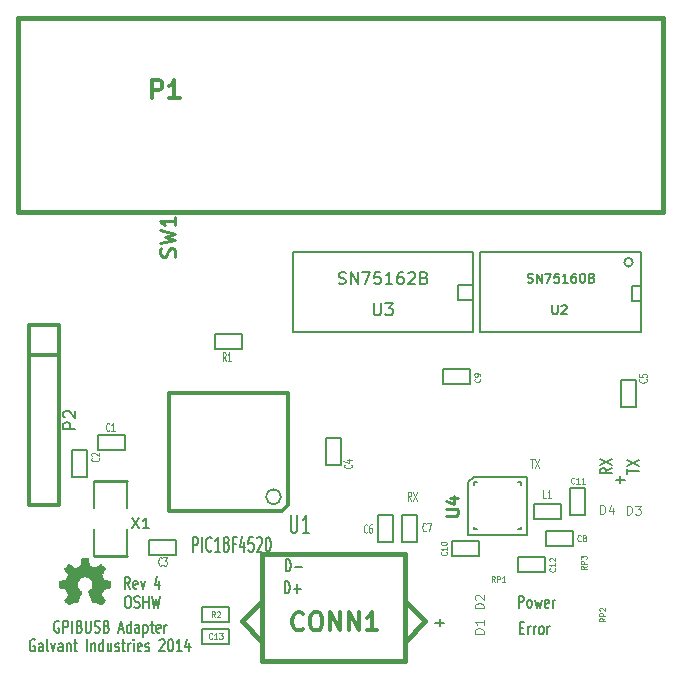
<source format=gto>
%FSLAX34Y34*%
G04 Gerber Fmt 3.4, Leading zero omitted, Abs format*
G04 (created by PCBNEW (2013-11-28 BZR 4510)-product) date Thu 15 May 2014 01:53:52 PM EDT*
%MOIN*%
G01*
G70*
G90*
G04 APERTURE LIST*
%ADD10C,0.005906*%
%ADD11C,0.004000*%
%ADD12C,0.007500*%
%ADD13C,0.006000*%
%ADD14C,0.005900*%
%ADD15C,0.007900*%
%ADD16C,0.000100*%
%ADD17C,0.008000*%
%ADD18C,0.005000*%
%ADD19C,0.015000*%
%ADD20C,0.010000*%
%ADD21C,0.012000*%
%ADD22C,0.004500*%
%ADD23C,0.003500*%
%ADD24C,0.009850*%
G04 APERTURE END LIST*
G54D10*
G54D11*
X65661Y-43675D02*
X65775Y-43675D01*
X65718Y-43975D02*
X65718Y-43675D01*
X65823Y-43675D02*
X65956Y-43975D01*
X65956Y-43675D02*
X65823Y-43975D01*
X61692Y-45079D02*
X61626Y-44936D01*
X61578Y-45079D02*
X61578Y-44779D01*
X61654Y-44779D01*
X61673Y-44794D01*
X61683Y-44808D01*
X61692Y-44836D01*
X61692Y-44879D01*
X61683Y-44908D01*
X61673Y-44922D01*
X61654Y-44936D01*
X61578Y-44936D01*
X61759Y-44779D02*
X61892Y-45079D01*
X61892Y-44779D02*
X61759Y-45079D01*
G54D12*
X68663Y-44265D02*
X68663Y-44494D01*
X68511Y-44380D02*
X68815Y-44380D01*
G54D13*
X68878Y-44180D02*
X68878Y-44009D01*
X69278Y-44094D02*
X68878Y-44094D01*
X68878Y-43937D02*
X69278Y-43737D01*
X68878Y-43737D02*
X69278Y-43937D01*
X68382Y-43998D02*
X68192Y-44098D01*
X68382Y-44169D02*
X67982Y-44169D01*
X67982Y-44055D01*
X68002Y-44026D01*
X68021Y-44012D01*
X68059Y-43998D01*
X68116Y-43998D01*
X68154Y-44012D01*
X68173Y-44026D01*
X68192Y-44055D01*
X68192Y-44169D01*
X67982Y-43898D02*
X68382Y-43698D01*
X67982Y-43698D02*
X68382Y-43898D01*
X57505Y-47440D02*
X57505Y-47040D01*
X57577Y-47040D01*
X57620Y-47060D01*
X57648Y-47098D01*
X57662Y-47136D01*
X57677Y-47212D01*
X57677Y-47269D01*
X57662Y-47345D01*
X57648Y-47383D01*
X57620Y-47421D01*
X57577Y-47440D01*
X57505Y-47440D01*
X57805Y-47288D02*
X58034Y-47288D01*
X57475Y-48170D02*
X57475Y-47770D01*
X57547Y-47770D01*
X57590Y-47790D01*
X57618Y-47828D01*
X57632Y-47866D01*
X57647Y-47942D01*
X57647Y-47999D01*
X57632Y-48075D01*
X57618Y-48113D01*
X57590Y-48151D01*
X57547Y-48170D01*
X57475Y-48170D01*
X57775Y-48018D02*
X58004Y-48018D01*
X57890Y-48170D02*
X57890Y-47866D01*
G54D12*
X65315Y-49319D02*
X65415Y-49319D01*
X65458Y-49528D02*
X65315Y-49528D01*
X65315Y-49128D01*
X65458Y-49128D01*
X65586Y-49528D02*
X65586Y-49262D01*
X65586Y-49338D02*
X65601Y-49300D01*
X65615Y-49281D01*
X65644Y-49262D01*
X65672Y-49262D01*
X65772Y-49528D02*
X65772Y-49262D01*
X65772Y-49338D02*
X65786Y-49300D01*
X65801Y-49281D01*
X65829Y-49262D01*
X65858Y-49262D01*
X66001Y-49528D02*
X65972Y-49509D01*
X65958Y-49490D01*
X65944Y-49452D01*
X65944Y-49338D01*
X65958Y-49300D01*
X65972Y-49281D01*
X66001Y-49262D01*
X66044Y-49262D01*
X66072Y-49281D01*
X66086Y-49300D01*
X66101Y-49338D01*
X66101Y-49452D01*
X66086Y-49490D01*
X66072Y-49509D01*
X66044Y-49528D01*
X66001Y-49528D01*
X66229Y-49528D02*
X66229Y-49262D01*
X66229Y-49338D02*
X66244Y-49300D01*
X66258Y-49281D01*
X66286Y-49262D01*
X66315Y-49262D01*
X65269Y-48646D02*
X65269Y-48246D01*
X65383Y-48246D01*
X65412Y-48266D01*
X65426Y-48285D01*
X65440Y-48323D01*
X65440Y-48380D01*
X65426Y-48418D01*
X65412Y-48437D01*
X65383Y-48456D01*
X65269Y-48456D01*
X65612Y-48646D02*
X65583Y-48627D01*
X65569Y-48608D01*
X65554Y-48570D01*
X65554Y-48456D01*
X65569Y-48418D01*
X65583Y-48399D01*
X65612Y-48380D01*
X65654Y-48380D01*
X65683Y-48399D01*
X65697Y-48418D01*
X65712Y-48456D01*
X65712Y-48570D01*
X65697Y-48608D01*
X65683Y-48627D01*
X65654Y-48646D01*
X65612Y-48646D01*
X65812Y-48380D02*
X65869Y-48646D01*
X65926Y-48456D01*
X65983Y-48646D01*
X66040Y-48380D01*
X66269Y-48627D02*
X66240Y-48646D01*
X66183Y-48646D01*
X66154Y-48627D01*
X66140Y-48589D01*
X66140Y-48437D01*
X66154Y-48399D01*
X66183Y-48380D01*
X66240Y-48380D01*
X66269Y-48399D01*
X66283Y-48437D01*
X66283Y-48475D01*
X66140Y-48513D01*
X66412Y-48646D02*
X66412Y-48380D01*
X66412Y-48456D02*
X66426Y-48418D01*
X66440Y-48399D01*
X66469Y-48380D01*
X66497Y-48380D01*
X62646Y-49035D02*
X62646Y-49264D01*
X62494Y-49150D02*
X62798Y-49150D01*
G54D13*
X49949Y-49100D02*
X49921Y-49080D01*
X49878Y-49080D01*
X49835Y-49100D01*
X49807Y-49138D01*
X49792Y-49176D01*
X49778Y-49252D01*
X49778Y-49309D01*
X49792Y-49385D01*
X49807Y-49423D01*
X49835Y-49461D01*
X49878Y-49480D01*
X49907Y-49480D01*
X49949Y-49461D01*
X49964Y-49442D01*
X49964Y-49309D01*
X49907Y-49309D01*
X50092Y-49480D02*
X50092Y-49080D01*
X50207Y-49080D01*
X50235Y-49100D01*
X50249Y-49119D01*
X50264Y-49157D01*
X50264Y-49214D01*
X50249Y-49252D01*
X50235Y-49271D01*
X50207Y-49290D01*
X50092Y-49290D01*
X50392Y-49480D02*
X50392Y-49080D01*
X50635Y-49271D02*
X50678Y-49290D01*
X50692Y-49309D01*
X50707Y-49347D01*
X50707Y-49404D01*
X50692Y-49442D01*
X50678Y-49461D01*
X50649Y-49480D01*
X50535Y-49480D01*
X50535Y-49080D01*
X50635Y-49080D01*
X50664Y-49100D01*
X50678Y-49119D01*
X50692Y-49157D01*
X50692Y-49195D01*
X50678Y-49233D01*
X50664Y-49252D01*
X50635Y-49271D01*
X50535Y-49271D01*
X50835Y-49080D02*
X50835Y-49404D01*
X50849Y-49442D01*
X50864Y-49461D01*
X50892Y-49480D01*
X50949Y-49480D01*
X50978Y-49461D01*
X50992Y-49442D01*
X51007Y-49404D01*
X51007Y-49080D01*
X51135Y-49461D02*
X51178Y-49480D01*
X51250Y-49480D01*
X51278Y-49461D01*
X51292Y-49442D01*
X51307Y-49404D01*
X51307Y-49366D01*
X51292Y-49328D01*
X51278Y-49309D01*
X51250Y-49290D01*
X51192Y-49271D01*
X51164Y-49252D01*
X51150Y-49233D01*
X51135Y-49195D01*
X51135Y-49157D01*
X51150Y-49119D01*
X51164Y-49100D01*
X51192Y-49080D01*
X51264Y-49080D01*
X51307Y-49100D01*
X51535Y-49271D02*
X51578Y-49290D01*
X51592Y-49309D01*
X51607Y-49347D01*
X51607Y-49404D01*
X51592Y-49442D01*
X51578Y-49461D01*
X51549Y-49480D01*
X51435Y-49480D01*
X51435Y-49080D01*
X51535Y-49080D01*
X51564Y-49100D01*
X51578Y-49119D01*
X51592Y-49157D01*
X51592Y-49195D01*
X51578Y-49233D01*
X51564Y-49252D01*
X51535Y-49271D01*
X51435Y-49271D01*
X51949Y-49366D02*
X52092Y-49366D01*
X51921Y-49480D02*
X52021Y-49080D01*
X52121Y-49480D01*
X52349Y-49480D02*
X52349Y-49080D01*
X52349Y-49461D02*
X52321Y-49480D01*
X52264Y-49480D01*
X52235Y-49461D01*
X52221Y-49442D01*
X52207Y-49404D01*
X52207Y-49290D01*
X52221Y-49252D01*
X52235Y-49233D01*
X52264Y-49214D01*
X52321Y-49214D01*
X52349Y-49233D01*
X52621Y-49480D02*
X52621Y-49271D01*
X52607Y-49233D01*
X52578Y-49214D01*
X52521Y-49214D01*
X52492Y-49233D01*
X52621Y-49461D02*
X52592Y-49480D01*
X52521Y-49480D01*
X52492Y-49461D01*
X52478Y-49423D01*
X52478Y-49385D01*
X52492Y-49347D01*
X52521Y-49328D01*
X52592Y-49328D01*
X52621Y-49309D01*
X52764Y-49214D02*
X52764Y-49614D01*
X52764Y-49233D02*
X52792Y-49214D01*
X52850Y-49214D01*
X52878Y-49233D01*
X52892Y-49252D01*
X52907Y-49290D01*
X52907Y-49404D01*
X52892Y-49442D01*
X52878Y-49461D01*
X52850Y-49480D01*
X52792Y-49480D01*
X52764Y-49461D01*
X52992Y-49214D02*
X53107Y-49214D01*
X53035Y-49080D02*
X53035Y-49423D01*
X53050Y-49461D01*
X53078Y-49480D01*
X53107Y-49480D01*
X53321Y-49461D02*
X53292Y-49480D01*
X53235Y-49480D01*
X53207Y-49461D01*
X53192Y-49423D01*
X53192Y-49271D01*
X53207Y-49233D01*
X53235Y-49214D01*
X53292Y-49214D01*
X53321Y-49233D01*
X53335Y-49271D01*
X53335Y-49309D01*
X53192Y-49347D01*
X53464Y-49480D02*
X53464Y-49214D01*
X53464Y-49290D02*
X53478Y-49252D01*
X53492Y-49233D01*
X53521Y-49214D01*
X53550Y-49214D01*
X49142Y-49720D02*
X49114Y-49700D01*
X49071Y-49700D01*
X49028Y-49720D01*
X49000Y-49758D01*
X48985Y-49796D01*
X48971Y-49872D01*
X48971Y-49929D01*
X48985Y-50005D01*
X49000Y-50043D01*
X49028Y-50081D01*
X49071Y-50100D01*
X49100Y-50100D01*
X49142Y-50081D01*
X49157Y-50062D01*
X49157Y-49929D01*
X49100Y-49929D01*
X49414Y-50100D02*
X49414Y-49891D01*
X49400Y-49853D01*
X49371Y-49834D01*
X49314Y-49834D01*
X49285Y-49853D01*
X49414Y-50081D02*
X49385Y-50100D01*
X49314Y-50100D01*
X49285Y-50081D01*
X49271Y-50043D01*
X49271Y-50005D01*
X49285Y-49967D01*
X49314Y-49948D01*
X49385Y-49948D01*
X49414Y-49929D01*
X49600Y-50100D02*
X49571Y-50081D01*
X49557Y-50043D01*
X49557Y-49700D01*
X49685Y-49834D02*
X49757Y-50100D01*
X49828Y-49834D01*
X50071Y-50100D02*
X50071Y-49891D01*
X50057Y-49853D01*
X50028Y-49834D01*
X49971Y-49834D01*
X49942Y-49853D01*
X50071Y-50081D02*
X50042Y-50100D01*
X49971Y-50100D01*
X49942Y-50081D01*
X49928Y-50043D01*
X49928Y-50005D01*
X49942Y-49967D01*
X49971Y-49948D01*
X50042Y-49948D01*
X50071Y-49929D01*
X50214Y-49834D02*
X50214Y-50100D01*
X50214Y-49872D02*
X50228Y-49853D01*
X50257Y-49834D01*
X50300Y-49834D01*
X50328Y-49853D01*
X50342Y-49891D01*
X50342Y-50100D01*
X50442Y-49834D02*
X50557Y-49834D01*
X50485Y-49700D02*
X50485Y-50043D01*
X50500Y-50081D01*
X50528Y-50100D01*
X50557Y-50100D01*
X50885Y-50100D02*
X50885Y-49700D01*
X51028Y-49834D02*
X51028Y-50100D01*
X51028Y-49872D02*
X51042Y-49853D01*
X51071Y-49834D01*
X51114Y-49834D01*
X51142Y-49853D01*
X51157Y-49891D01*
X51157Y-50100D01*
X51428Y-50100D02*
X51428Y-49700D01*
X51428Y-50081D02*
X51400Y-50100D01*
X51342Y-50100D01*
X51314Y-50081D01*
X51300Y-50062D01*
X51285Y-50024D01*
X51285Y-49910D01*
X51300Y-49872D01*
X51314Y-49853D01*
X51342Y-49834D01*
X51400Y-49834D01*
X51428Y-49853D01*
X51700Y-49834D02*
X51700Y-50100D01*
X51571Y-49834D02*
X51571Y-50043D01*
X51585Y-50081D01*
X51614Y-50100D01*
X51657Y-50100D01*
X51685Y-50081D01*
X51700Y-50062D01*
X51828Y-50081D02*
X51857Y-50100D01*
X51914Y-50100D01*
X51942Y-50081D01*
X51957Y-50043D01*
X51957Y-50024D01*
X51942Y-49986D01*
X51914Y-49967D01*
X51871Y-49967D01*
X51842Y-49948D01*
X51828Y-49910D01*
X51828Y-49891D01*
X51842Y-49853D01*
X51871Y-49834D01*
X51914Y-49834D01*
X51942Y-49853D01*
X52042Y-49834D02*
X52157Y-49834D01*
X52085Y-49700D02*
X52085Y-50043D01*
X52100Y-50081D01*
X52128Y-50100D01*
X52157Y-50100D01*
X52257Y-50100D02*
X52257Y-49834D01*
X52257Y-49910D02*
X52271Y-49872D01*
X52285Y-49853D01*
X52314Y-49834D01*
X52342Y-49834D01*
X52442Y-50100D02*
X52442Y-49834D01*
X52442Y-49700D02*
X52428Y-49720D01*
X52442Y-49739D01*
X52457Y-49720D01*
X52442Y-49700D01*
X52442Y-49739D01*
X52700Y-50081D02*
X52671Y-50100D01*
X52614Y-50100D01*
X52585Y-50081D01*
X52571Y-50043D01*
X52571Y-49891D01*
X52585Y-49853D01*
X52614Y-49834D01*
X52671Y-49834D01*
X52700Y-49853D01*
X52714Y-49891D01*
X52714Y-49929D01*
X52571Y-49967D01*
X52828Y-50081D02*
X52857Y-50100D01*
X52914Y-50100D01*
X52942Y-50081D01*
X52957Y-50043D01*
X52957Y-50024D01*
X52942Y-49986D01*
X52914Y-49967D01*
X52871Y-49967D01*
X52842Y-49948D01*
X52828Y-49910D01*
X52828Y-49891D01*
X52842Y-49853D01*
X52871Y-49834D01*
X52914Y-49834D01*
X52942Y-49853D01*
X53300Y-49739D02*
X53314Y-49720D01*
X53342Y-49700D01*
X53414Y-49700D01*
X53442Y-49720D01*
X53457Y-49739D01*
X53471Y-49777D01*
X53471Y-49815D01*
X53457Y-49872D01*
X53285Y-50100D01*
X53471Y-50100D01*
X53657Y-49700D02*
X53685Y-49700D01*
X53714Y-49720D01*
X53728Y-49739D01*
X53742Y-49777D01*
X53757Y-49853D01*
X53757Y-49948D01*
X53742Y-50024D01*
X53728Y-50062D01*
X53714Y-50081D01*
X53685Y-50100D01*
X53657Y-50100D01*
X53628Y-50081D01*
X53614Y-50062D01*
X53600Y-50024D01*
X53585Y-49948D01*
X53585Y-49853D01*
X53600Y-49777D01*
X53614Y-49739D01*
X53628Y-49720D01*
X53657Y-49700D01*
X54042Y-50100D02*
X53871Y-50100D01*
X53957Y-50100D02*
X53957Y-49700D01*
X53928Y-49758D01*
X53900Y-49796D01*
X53871Y-49815D01*
X54300Y-49834D02*
X54300Y-50100D01*
X54228Y-49681D02*
X54157Y-49967D01*
X54342Y-49967D01*
G54D12*
X52312Y-48020D02*
X52212Y-47830D01*
X52141Y-48020D02*
X52141Y-47620D01*
X52255Y-47620D01*
X52284Y-47640D01*
X52298Y-47659D01*
X52312Y-47697D01*
X52312Y-47754D01*
X52298Y-47792D01*
X52284Y-47811D01*
X52255Y-47830D01*
X52141Y-47830D01*
X52555Y-48001D02*
X52527Y-48020D01*
X52470Y-48020D01*
X52441Y-48001D01*
X52427Y-47963D01*
X52427Y-47811D01*
X52441Y-47773D01*
X52470Y-47754D01*
X52527Y-47754D01*
X52555Y-47773D01*
X52570Y-47811D01*
X52570Y-47849D01*
X52427Y-47887D01*
X52670Y-47754D02*
X52741Y-48020D01*
X52812Y-47754D01*
X53284Y-47754D02*
X53284Y-48020D01*
X53212Y-47601D02*
X53141Y-47887D01*
X53327Y-47887D01*
X52220Y-48255D02*
X52277Y-48255D01*
X52305Y-48275D01*
X52334Y-48313D01*
X52348Y-48389D01*
X52348Y-48522D01*
X52334Y-48598D01*
X52305Y-48636D01*
X52277Y-48655D01*
X52220Y-48655D01*
X52191Y-48636D01*
X52162Y-48598D01*
X52148Y-48522D01*
X52148Y-48389D01*
X52162Y-48313D01*
X52191Y-48275D01*
X52220Y-48255D01*
X52462Y-48636D02*
X52505Y-48655D01*
X52577Y-48655D01*
X52605Y-48636D01*
X52620Y-48617D01*
X52634Y-48579D01*
X52634Y-48541D01*
X52620Y-48503D01*
X52605Y-48484D01*
X52577Y-48465D01*
X52520Y-48446D01*
X52491Y-48427D01*
X52477Y-48408D01*
X52462Y-48370D01*
X52462Y-48332D01*
X52477Y-48294D01*
X52491Y-48275D01*
X52520Y-48255D01*
X52591Y-48255D01*
X52634Y-48275D01*
X52762Y-48655D02*
X52762Y-48255D01*
X52762Y-48446D02*
X52934Y-48446D01*
X52934Y-48655D02*
X52934Y-48255D01*
X53048Y-48255D02*
X53120Y-48655D01*
X53177Y-48370D01*
X53234Y-48655D01*
X53305Y-48255D01*
G54D14*
X63585Y-44471D02*
X63585Y-46235D01*
X63781Y-44275D02*
X65545Y-44275D01*
X63781Y-44275D02*
X63585Y-44471D01*
G54D15*
X63879Y-44471D02*
X63781Y-44471D01*
X63781Y-44471D02*
X63781Y-44569D01*
X65349Y-44569D02*
X65349Y-44471D01*
X65349Y-44471D02*
X65251Y-44471D01*
X65251Y-46039D02*
X65349Y-46039D01*
X65349Y-46039D02*
X65349Y-45941D01*
X63781Y-45941D02*
X63781Y-46039D01*
X63781Y-46039D02*
X63879Y-46039D01*
G54D14*
X65545Y-46235D02*
X65545Y-44275D01*
X63585Y-46235D02*
X65545Y-46235D01*
G54D16*
G36*
X50289Y-48577D02*
X50298Y-48572D01*
X50319Y-48559D01*
X50348Y-48540D01*
X50383Y-48517D01*
X50417Y-48493D01*
X50446Y-48474D01*
X50466Y-48461D01*
X50474Y-48457D01*
X50479Y-48458D01*
X50495Y-48466D01*
X50519Y-48479D01*
X50533Y-48486D01*
X50555Y-48495D01*
X50566Y-48497D01*
X50568Y-48494D01*
X50576Y-48478D01*
X50588Y-48449D01*
X50605Y-48411D01*
X50624Y-48366D01*
X50644Y-48318D01*
X50665Y-48270D01*
X50684Y-48223D01*
X50701Y-48181D01*
X50715Y-48147D01*
X50724Y-48123D01*
X50727Y-48113D01*
X50726Y-48111D01*
X50715Y-48100D01*
X50696Y-48086D01*
X50655Y-48052D01*
X50614Y-48001D01*
X50589Y-47943D01*
X50580Y-47878D01*
X50587Y-47819D01*
X50611Y-47762D01*
X50651Y-47710D01*
X50700Y-47672D01*
X50756Y-47647D01*
X50820Y-47639D01*
X50881Y-47646D01*
X50939Y-47669D01*
X50991Y-47709D01*
X51013Y-47734D01*
X51043Y-47786D01*
X51060Y-47842D01*
X51062Y-47856D01*
X51059Y-47918D01*
X51041Y-47977D01*
X51009Y-48029D01*
X50964Y-48073D01*
X50958Y-48077D01*
X50937Y-48092D01*
X50923Y-48103D01*
X50912Y-48112D01*
X50990Y-48301D01*
X51003Y-48331D01*
X51024Y-48382D01*
X51043Y-48427D01*
X51059Y-48462D01*
X51069Y-48486D01*
X51074Y-48495D01*
X51074Y-48496D01*
X51081Y-48497D01*
X51095Y-48492D01*
X51122Y-48479D01*
X51139Y-48470D01*
X51159Y-48460D01*
X51168Y-48457D01*
X51176Y-48461D01*
X51195Y-48473D01*
X51223Y-48492D01*
X51257Y-48515D01*
X51289Y-48537D01*
X51318Y-48556D01*
X51340Y-48570D01*
X51350Y-48576D01*
X51352Y-48576D01*
X51361Y-48571D01*
X51378Y-48556D01*
X51404Y-48532D01*
X51440Y-48496D01*
X51446Y-48491D01*
X51476Y-48460D01*
X51500Y-48435D01*
X51516Y-48417D01*
X51522Y-48408D01*
X51522Y-48408D01*
X51517Y-48398D01*
X51503Y-48377D01*
X51484Y-48347D01*
X51460Y-48312D01*
X51397Y-48221D01*
X51432Y-48135D01*
X51442Y-48109D01*
X51456Y-48077D01*
X51466Y-48055D01*
X51471Y-48045D01*
X51480Y-48041D01*
X51503Y-48036D01*
X51537Y-48029D01*
X51578Y-48021D01*
X51617Y-48014D01*
X51651Y-48007D01*
X51677Y-48002D01*
X51688Y-48000D01*
X51691Y-47999D01*
X51693Y-47993D01*
X51694Y-47981D01*
X51695Y-47960D01*
X51696Y-47927D01*
X51696Y-47878D01*
X51696Y-47873D01*
X51695Y-47827D01*
X51695Y-47790D01*
X51693Y-47767D01*
X51692Y-47757D01*
X51692Y-47757D01*
X51681Y-47755D01*
X51656Y-47749D01*
X51621Y-47743D01*
X51580Y-47735D01*
X51577Y-47734D01*
X51536Y-47726D01*
X51501Y-47719D01*
X51477Y-47713D01*
X51466Y-47710D01*
X51464Y-47707D01*
X51456Y-47691D01*
X51444Y-47665D01*
X51430Y-47634D01*
X51417Y-47601D01*
X51405Y-47572D01*
X51397Y-47550D01*
X51395Y-47540D01*
X51395Y-47540D01*
X51401Y-47530D01*
X51415Y-47509D01*
X51435Y-47479D01*
X51460Y-47444D01*
X51461Y-47441D01*
X51485Y-47406D01*
X51505Y-47376D01*
X51517Y-47355D01*
X51522Y-47346D01*
X51522Y-47345D01*
X51514Y-47335D01*
X51496Y-47315D01*
X51471Y-47288D01*
X51440Y-47257D01*
X51430Y-47247D01*
X51396Y-47214D01*
X51373Y-47192D01*
X51358Y-47181D01*
X51351Y-47178D01*
X51351Y-47178D01*
X51340Y-47185D01*
X51318Y-47199D01*
X51288Y-47220D01*
X51252Y-47244D01*
X51250Y-47245D01*
X51215Y-47269D01*
X51186Y-47289D01*
X51165Y-47303D01*
X51156Y-47308D01*
X51154Y-47308D01*
X51140Y-47304D01*
X51115Y-47295D01*
X51085Y-47283D01*
X51052Y-47270D01*
X51023Y-47258D01*
X51001Y-47248D01*
X50990Y-47242D01*
X50990Y-47241D01*
X50986Y-47229D01*
X50980Y-47203D01*
X50973Y-47167D01*
X50965Y-47124D01*
X50963Y-47117D01*
X50955Y-47075D01*
X50949Y-47041D01*
X50944Y-47017D01*
X50941Y-47007D01*
X50935Y-47006D01*
X50915Y-47004D01*
X50884Y-47003D01*
X50846Y-47003D01*
X50807Y-47003D01*
X50768Y-47004D01*
X50735Y-47005D01*
X50712Y-47007D01*
X50702Y-47009D01*
X50701Y-47009D01*
X50698Y-47022D01*
X50692Y-47048D01*
X50685Y-47085D01*
X50676Y-47128D01*
X50675Y-47135D01*
X50667Y-47177D01*
X50660Y-47211D01*
X50655Y-47235D01*
X50652Y-47244D01*
X50649Y-47246D01*
X50631Y-47253D01*
X50603Y-47265D01*
X50569Y-47279D01*
X50489Y-47311D01*
X50390Y-47244D01*
X50381Y-47238D01*
X50346Y-47214D01*
X50317Y-47194D01*
X50297Y-47181D01*
X50288Y-47177D01*
X50288Y-47177D01*
X50278Y-47186D01*
X50258Y-47204D01*
X50232Y-47230D01*
X50201Y-47261D01*
X50178Y-47283D01*
X50151Y-47311D01*
X50133Y-47330D01*
X50124Y-47342D01*
X50121Y-47349D01*
X50122Y-47354D01*
X50128Y-47364D01*
X50142Y-47385D01*
X50163Y-47415D01*
X50187Y-47450D01*
X50206Y-47479D01*
X50228Y-47512D01*
X50242Y-47536D01*
X50246Y-47547D01*
X50245Y-47552D01*
X50238Y-47571D01*
X50227Y-47600D01*
X50212Y-47635D01*
X50178Y-47713D01*
X50127Y-47723D01*
X50096Y-47728D01*
X50052Y-47737D01*
X50011Y-47745D01*
X49946Y-47757D01*
X49944Y-47994D01*
X49954Y-47998D01*
X49964Y-48001D01*
X49988Y-48006D01*
X50022Y-48013D01*
X50062Y-48021D01*
X50096Y-48027D01*
X50131Y-48034D01*
X50156Y-48039D01*
X50167Y-48041D01*
X50170Y-48045D01*
X50178Y-48061D01*
X50191Y-48088D01*
X50204Y-48120D01*
X50218Y-48153D01*
X50230Y-48184D01*
X50239Y-48207D01*
X50242Y-48220D01*
X50237Y-48229D01*
X50224Y-48249D01*
X50205Y-48278D01*
X50182Y-48312D01*
X50158Y-48347D01*
X50138Y-48376D01*
X50125Y-48397D01*
X50119Y-48407D01*
X50122Y-48414D01*
X50135Y-48430D01*
X50161Y-48457D01*
X50200Y-48495D01*
X50206Y-48501D01*
X50237Y-48531D01*
X50263Y-48555D01*
X50281Y-48571D01*
X50289Y-48577D01*
X50289Y-48577D01*
G37*
G54D17*
X57750Y-39463D02*
X57750Y-36786D01*
X63750Y-39463D02*
X63750Y-36786D01*
X57750Y-39463D02*
X63750Y-39463D01*
X63750Y-38375D02*
X63250Y-38375D01*
X63250Y-38375D02*
X63250Y-37875D01*
X63250Y-37875D02*
X63750Y-37875D01*
X63750Y-36786D02*
X57750Y-36786D01*
G54D18*
X69076Y-37135D02*
G75*
G03X69076Y-37135I-141J0D01*
G74*
G01*
X69335Y-38415D02*
X69035Y-38415D01*
X69035Y-38415D02*
X69035Y-37915D01*
X69035Y-37915D02*
X69335Y-37915D01*
X63997Y-36786D02*
X69352Y-36786D01*
X69352Y-39463D02*
X63997Y-39463D01*
X69352Y-39463D02*
X69352Y-36786D01*
X63997Y-39463D02*
X63997Y-36786D01*
G54D19*
X61470Y-49110D02*
X61470Y-50410D01*
X56730Y-49110D02*
X56730Y-50410D01*
X61470Y-48410D02*
X62160Y-49100D01*
X62160Y-49100D02*
X61470Y-49790D01*
X56730Y-48410D02*
X56040Y-49100D01*
X56040Y-49100D02*
X56730Y-49790D01*
X56730Y-50410D02*
X61470Y-50410D01*
X61470Y-49100D02*
X61470Y-46850D01*
X61470Y-46850D02*
X56730Y-46850D01*
X56730Y-46850D02*
X56730Y-49100D01*
G54D20*
X52225Y-46925D02*
X51125Y-46925D01*
X52225Y-44425D02*
X51125Y-44425D01*
G54D17*
X51125Y-46925D02*
X51125Y-46025D01*
X52225Y-46025D02*
X52225Y-46925D01*
X51125Y-45325D02*
X51125Y-44425D01*
X52225Y-44425D02*
X52225Y-45325D01*
G54D19*
X70100Y-29000D02*
X70100Y-35450D01*
X70100Y-35450D02*
X48600Y-35450D01*
X48600Y-35450D02*
X48600Y-29000D01*
X70100Y-29000D02*
X48600Y-29000D01*
G54D21*
X48950Y-39225D02*
X49950Y-39225D01*
X49950Y-39225D02*
X49950Y-45225D01*
X49950Y-45225D02*
X48950Y-45225D01*
X48950Y-45225D02*
X48950Y-39225D01*
X48950Y-40225D02*
X49950Y-40225D01*
G54D18*
X55150Y-39525D02*
X56050Y-39525D01*
X56050Y-39525D02*
X56050Y-40025D01*
X56050Y-40025D02*
X55150Y-40025D01*
X55150Y-40025D02*
X55150Y-39525D01*
X65780Y-45180D02*
X66680Y-45180D01*
X66680Y-45180D02*
X66680Y-45680D01*
X66680Y-45680D02*
X65780Y-45680D01*
X65780Y-45680D02*
X65780Y-45180D01*
X61875Y-45550D02*
X61875Y-46450D01*
X61875Y-46450D02*
X61375Y-46450D01*
X61375Y-46450D02*
X61375Y-45550D01*
X61375Y-45550D02*
X61875Y-45550D01*
X61100Y-45550D02*
X61100Y-46450D01*
X61100Y-46450D02*
X60600Y-46450D01*
X60600Y-46450D02*
X60600Y-45550D01*
X60600Y-45550D02*
X61100Y-45550D01*
X69175Y-41050D02*
X69175Y-41950D01*
X69175Y-41950D02*
X68675Y-41950D01*
X68675Y-41950D02*
X68675Y-41050D01*
X68675Y-41050D02*
X69175Y-41050D01*
X58850Y-43900D02*
X58850Y-43000D01*
X58850Y-43000D02*
X59350Y-43000D01*
X59350Y-43000D02*
X59350Y-43900D01*
X59350Y-43900D02*
X58850Y-43900D01*
X53850Y-46875D02*
X52950Y-46875D01*
X52950Y-46875D02*
X52950Y-46375D01*
X52950Y-46375D02*
X53850Y-46375D01*
X53850Y-46375D02*
X53850Y-46875D01*
X50375Y-44275D02*
X50375Y-43375D01*
X50375Y-43375D02*
X50875Y-43375D01*
X50875Y-43375D02*
X50875Y-44275D01*
X50875Y-44275D02*
X50375Y-44275D01*
X52150Y-43390D02*
X51250Y-43390D01*
X51250Y-43390D02*
X51250Y-42890D01*
X51250Y-42890D02*
X52150Y-42890D01*
X52150Y-42890D02*
X52150Y-43390D01*
G54D21*
X53630Y-45420D02*
X53630Y-41480D01*
X53630Y-41480D02*
X57570Y-41480D01*
X57570Y-45230D02*
X57570Y-41480D01*
X57380Y-45420D02*
X53630Y-45420D01*
X57570Y-45230D02*
X57380Y-45420D01*
G54D17*
X57350Y-44950D02*
G75*
G03X57350Y-44950I-250J0D01*
G74*
G01*
G54D18*
X66990Y-45560D02*
X66990Y-44660D01*
X66990Y-44660D02*
X67490Y-44660D01*
X67490Y-44660D02*
X67490Y-45560D01*
X67490Y-45560D02*
X66990Y-45560D01*
X63950Y-46920D02*
X63050Y-46920D01*
X63050Y-46920D02*
X63050Y-46420D01*
X63050Y-46420D02*
X63950Y-46420D01*
X63950Y-46420D02*
X63950Y-46920D01*
X65240Y-46960D02*
X66140Y-46960D01*
X66140Y-46960D02*
X66140Y-47460D01*
X66140Y-47460D02*
X65240Y-47460D01*
X65240Y-47460D02*
X65240Y-46960D01*
X66180Y-46080D02*
X67080Y-46080D01*
X67080Y-46080D02*
X67080Y-46580D01*
X67080Y-46580D02*
X66180Y-46580D01*
X66180Y-46580D02*
X66180Y-46080D01*
X63650Y-41200D02*
X62750Y-41200D01*
X62750Y-41200D02*
X62750Y-40700D01*
X62750Y-40700D02*
X63650Y-40700D01*
X63650Y-40700D02*
X63650Y-41200D01*
X55625Y-49125D02*
X54725Y-49125D01*
X54725Y-49125D02*
X54725Y-48625D01*
X54725Y-48625D02*
X55625Y-48625D01*
X55625Y-48625D02*
X55625Y-49125D01*
X55625Y-49850D02*
X54725Y-49850D01*
X54725Y-49850D02*
X54725Y-49350D01*
X54725Y-49350D02*
X55625Y-49350D01*
X55625Y-49350D02*
X55625Y-49850D01*
G54D22*
X67536Y-47264D02*
X67441Y-47324D01*
X67536Y-47366D02*
X67336Y-47366D01*
X67336Y-47298D01*
X67346Y-47281D01*
X67355Y-47272D01*
X67374Y-47264D01*
X67403Y-47264D01*
X67422Y-47272D01*
X67431Y-47281D01*
X67441Y-47298D01*
X67441Y-47366D01*
X67536Y-47186D02*
X67336Y-47186D01*
X67336Y-47118D01*
X67346Y-47101D01*
X67355Y-47092D01*
X67374Y-47084D01*
X67403Y-47084D01*
X67422Y-47092D01*
X67431Y-47101D01*
X67441Y-47118D01*
X67441Y-47186D01*
X67336Y-47024D02*
X67336Y-46912D01*
X67412Y-46972D01*
X67412Y-46946D01*
X67422Y-46929D01*
X67431Y-46921D01*
X67450Y-46912D01*
X67498Y-46912D01*
X67517Y-46921D01*
X67526Y-46929D01*
X67536Y-46946D01*
X67536Y-46998D01*
X67526Y-47015D01*
X67517Y-47024D01*
G54D23*
X68884Y-45541D02*
X68884Y-45241D01*
X68956Y-45241D01*
X68998Y-45256D01*
X69027Y-45284D01*
X69041Y-45313D01*
X69056Y-45370D01*
X69056Y-45413D01*
X69041Y-45470D01*
X69027Y-45498D01*
X68998Y-45527D01*
X68956Y-45541D01*
X68884Y-45541D01*
X69156Y-45241D02*
X69341Y-45241D01*
X69241Y-45356D01*
X69284Y-45356D01*
X69313Y-45370D01*
X69327Y-45384D01*
X69341Y-45413D01*
X69341Y-45484D01*
X69327Y-45513D01*
X69313Y-45527D01*
X69284Y-45541D01*
X69198Y-45541D01*
X69170Y-45527D01*
X69156Y-45513D01*
X67984Y-45523D02*
X67984Y-45223D01*
X68056Y-45223D01*
X68098Y-45238D01*
X68127Y-45266D01*
X68141Y-45295D01*
X68156Y-45352D01*
X68156Y-45395D01*
X68141Y-45452D01*
X68127Y-45480D01*
X68098Y-45509D01*
X68056Y-45523D01*
X67984Y-45523D01*
X68413Y-45323D02*
X68413Y-45523D01*
X68341Y-45209D02*
X68270Y-45423D01*
X68456Y-45423D01*
G54D22*
X68162Y-48994D02*
X68067Y-49054D01*
X68162Y-49096D02*
X67962Y-49096D01*
X67962Y-49028D01*
X67972Y-49011D01*
X67981Y-49002D01*
X68000Y-48994D01*
X68029Y-48994D01*
X68048Y-49002D01*
X68057Y-49011D01*
X68067Y-49028D01*
X68067Y-49096D01*
X68162Y-48916D02*
X67962Y-48916D01*
X67962Y-48848D01*
X67972Y-48831D01*
X67981Y-48822D01*
X68000Y-48814D01*
X68029Y-48814D01*
X68048Y-48822D01*
X68057Y-48831D01*
X68067Y-48848D01*
X68067Y-48916D01*
X67981Y-48745D02*
X67972Y-48736D01*
X67962Y-48719D01*
X67962Y-48676D01*
X67972Y-48659D01*
X67981Y-48651D01*
X68000Y-48642D01*
X68019Y-48642D01*
X68048Y-48651D01*
X68162Y-48754D01*
X68162Y-48642D01*
X64470Y-47790D02*
X64410Y-47695D01*
X64367Y-47790D02*
X64367Y-47590D01*
X64435Y-47590D01*
X64452Y-47600D01*
X64461Y-47609D01*
X64470Y-47628D01*
X64470Y-47657D01*
X64461Y-47676D01*
X64452Y-47685D01*
X64435Y-47695D01*
X64367Y-47695D01*
X64547Y-47790D02*
X64547Y-47590D01*
X64615Y-47590D01*
X64632Y-47600D01*
X64641Y-47609D01*
X64650Y-47628D01*
X64650Y-47657D01*
X64641Y-47676D01*
X64632Y-47685D01*
X64615Y-47695D01*
X64547Y-47695D01*
X64821Y-47790D02*
X64718Y-47790D01*
X64770Y-47790D02*
X64770Y-47590D01*
X64752Y-47619D01*
X64735Y-47638D01*
X64718Y-47647D01*
G54D24*
X62859Y-45575D02*
X63178Y-45575D01*
X63215Y-45556D01*
X63234Y-45537D01*
X63253Y-45500D01*
X63253Y-45425D01*
X63234Y-45387D01*
X63215Y-45368D01*
X63178Y-45350D01*
X62859Y-45350D01*
X62990Y-44993D02*
X63253Y-44993D01*
X62840Y-45087D02*
X63121Y-45181D01*
X63121Y-44937D01*
G54D21*
G54D20*
X53801Y-36952D02*
X53825Y-36881D01*
X53825Y-36762D01*
X53801Y-36714D01*
X53777Y-36690D01*
X53729Y-36666D01*
X53682Y-36666D01*
X53634Y-36690D01*
X53610Y-36714D01*
X53587Y-36762D01*
X53563Y-36857D01*
X53539Y-36905D01*
X53515Y-36928D01*
X53468Y-36952D01*
X53420Y-36952D01*
X53372Y-36928D01*
X53349Y-36905D01*
X53325Y-36857D01*
X53325Y-36738D01*
X53349Y-36666D01*
X53325Y-36500D02*
X53825Y-36381D01*
X53468Y-36286D01*
X53825Y-36190D01*
X53325Y-36071D01*
X53825Y-35619D02*
X53825Y-35905D01*
X53825Y-35762D02*
X53325Y-35762D01*
X53396Y-35809D01*
X53444Y-35857D01*
X53468Y-35905D01*
G54D17*
X60445Y-38505D02*
X60445Y-38829D01*
X60464Y-38867D01*
X60483Y-38886D01*
X60521Y-38905D01*
X60597Y-38905D01*
X60635Y-38886D01*
X60654Y-38867D01*
X60673Y-38829D01*
X60673Y-38505D01*
X60826Y-38505D02*
X61073Y-38505D01*
X60940Y-38658D01*
X60997Y-38658D01*
X61035Y-38677D01*
X61054Y-38696D01*
X61073Y-38734D01*
X61073Y-38829D01*
X61054Y-38867D01*
X61035Y-38886D01*
X60997Y-38905D01*
X60883Y-38905D01*
X60845Y-38886D01*
X60826Y-38867D01*
X59273Y-37836D02*
X59330Y-37855D01*
X59426Y-37855D01*
X59464Y-37836D01*
X59483Y-37817D01*
X59502Y-37779D01*
X59502Y-37741D01*
X59483Y-37703D01*
X59464Y-37684D01*
X59426Y-37665D01*
X59350Y-37646D01*
X59311Y-37627D01*
X59292Y-37608D01*
X59273Y-37570D01*
X59273Y-37532D01*
X59292Y-37494D01*
X59311Y-37475D01*
X59350Y-37455D01*
X59445Y-37455D01*
X59502Y-37475D01*
X59673Y-37855D02*
X59673Y-37455D01*
X59902Y-37855D01*
X59902Y-37455D01*
X60054Y-37455D02*
X60321Y-37455D01*
X60150Y-37855D01*
X60664Y-37455D02*
X60473Y-37455D01*
X60454Y-37646D01*
X60473Y-37627D01*
X60511Y-37608D01*
X60607Y-37608D01*
X60645Y-37627D01*
X60664Y-37646D01*
X60683Y-37684D01*
X60683Y-37779D01*
X60664Y-37817D01*
X60645Y-37836D01*
X60607Y-37855D01*
X60511Y-37855D01*
X60473Y-37836D01*
X60454Y-37817D01*
X61064Y-37855D02*
X60835Y-37855D01*
X60950Y-37855D02*
X60950Y-37455D01*
X60911Y-37513D01*
X60873Y-37551D01*
X60835Y-37570D01*
X61407Y-37455D02*
X61330Y-37455D01*
X61292Y-37475D01*
X61273Y-37494D01*
X61235Y-37551D01*
X61216Y-37627D01*
X61216Y-37779D01*
X61235Y-37817D01*
X61254Y-37836D01*
X61292Y-37855D01*
X61369Y-37855D01*
X61407Y-37836D01*
X61426Y-37817D01*
X61445Y-37779D01*
X61445Y-37684D01*
X61426Y-37646D01*
X61407Y-37627D01*
X61369Y-37608D01*
X61292Y-37608D01*
X61254Y-37627D01*
X61235Y-37646D01*
X61216Y-37684D01*
X61597Y-37494D02*
X61616Y-37475D01*
X61654Y-37455D01*
X61750Y-37455D01*
X61788Y-37475D01*
X61807Y-37494D01*
X61826Y-37532D01*
X61826Y-37570D01*
X61807Y-37627D01*
X61578Y-37855D01*
X61826Y-37855D01*
X62130Y-37646D02*
X62188Y-37665D01*
X62207Y-37684D01*
X62226Y-37722D01*
X62226Y-37779D01*
X62207Y-37817D01*
X62188Y-37836D01*
X62150Y-37855D01*
X61997Y-37855D01*
X61997Y-37455D01*
X62130Y-37455D01*
X62169Y-37475D01*
X62188Y-37494D01*
X62207Y-37532D01*
X62207Y-37570D01*
X62188Y-37608D01*
X62169Y-37627D01*
X62130Y-37646D01*
X61997Y-37646D01*
G54D18*
X66396Y-38560D02*
X66396Y-38803D01*
X66410Y-38832D01*
X66425Y-38846D01*
X66453Y-38860D01*
X66510Y-38860D01*
X66539Y-38846D01*
X66553Y-38832D01*
X66567Y-38803D01*
X66567Y-38560D01*
X66696Y-38589D02*
X66710Y-38575D01*
X66739Y-38560D01*
X66810Y-38560D01*
X66839Y-38575D01*
X66853Y-38589D01*
X66867Y-38617D01*
X66867Y-38646D01*
X66853Y-38689D01*
X66682Y-38860D01*
X66867Y-38860D01*
X65567Y-37796D02*
X65610Y-37810D01*
X65682Y-37810D01*
X65710Y-37796D01*
X65725Y-37782D01*
X65739Y-37753D01*
X65739Y-37725D01*
X65725Y-37696D01*
X65710Y-37682D01*
X65682Y-37667D01*
X65625Y-37653D01*
X65596Y-37639D01*
X65582Y-37625D01*
X65567Y-37596D01*
X65567Y-37567D01*
X65582Y-37539D01*
X65596Y-37525D01*
X65625Y-37510D01*
X65696Y-37510D01*
X65739Y-37525D01*
X65867Y-37810D02*
X65867Y-37510D01*
X66039Y-37810D01*
X66039Y-37510D01*
X66153Y-37510D02*
X66353Y-37510D01*
X66225Y-37810D01*
X66610Y-37510D02*
X66467Y-37510D01*
X66453Y-37653D01*
X66467Y-37639D01*
X66496Y-37625D01*
X66567Y-37625D01*
X66596Y-37639D01*
X66610Y-37653D01*
X66625Y-37682D01*
X66625Y-37753D01*
X66610Y-37782D01*
X66596Y-37796D01*
X66567Y-37810D01*
X66496Y-37810D01*
X66467Y-37796D01*
X66453Y-37782D01*
X66910Y-37810D02*
X66739Y-37810D01*
X66825Y-37810D02*
X66825Y-37510D01*
X66796Y-37553D01*
X66767Y-37582D01*
X66739Y-37596D01*
X67167Y-37510D02*
X67110Y-37510D01*
X67082Y-37525D01*
X67067Y-37539D01*
X67039Y-37582D01*
X67025Y-37639D01*
X67025Y-37753D01*
X67039Y-37782D01*
X67053Y-37796D01*
X67082Y-37810D01*
X67139Y-37810D01*
X67167Y-37796D01*
X67182Y-37782D01*
X67196Y-37753D01*
X67196Y-37682D01*
X67182Y-37653D01*
X67167Y-37639D01*
X67139Y-37625D01*
X67082Y-37625D01*
X67053Y-37639D01*
X67039Y-37653D01*
X67025Y-37682D01*
X67382Y-37510D02*
X67410Y-37510D01*
X67439Y-37525D01*
X67453Y-37539D01*
X67467Y-37567D01*
X67482Y-37625D01*
X67482Y-37696D01*
X67467Y-37753D01*
X67453Y-37782D01*
X67439Y-37796D01*
X67410Y-37810D01*
X67382Y-37810D01*
X67353Y-37796D01*
X67339Y-37782D01*
X67325Y-37753D01*
X67310Y-37696D01*
X67310Y-37625D01*
X67325Y-37567D01*
X67339Y-37539D01*
X67353Y-37525D01*
X67382Y-37510D01*
X67710Y-37653D02*
X67753Y-37667D01*
X67767Y-37682D01*
X67782Y-37710D01*
X67782Y-37753D01*
X67767Y-37782D01*
X67753Y-37796D01*
X67724Y-37810D01*
X67610Y-37810D01*
X67610Y-37510D01*
X67710Y-37510D01*
X67739Y-37525D01*
X67753Y-37539D01*
X67767Y-37567D01*
X67767Y-37596D01*
X67753Y-37625D01*
X67739Y-37639D01*
X67710Y-37653D01*
X67610Y-37653D01*
G54D23*
X64110Y-48671D02*
X63810Y-48671D01*
X63810Y-48600D01*
X63825Y-48557D01*
X63853Y-48528D01*
X63882Y-48514D01*
X63939Y-48500D01*
X63982Y-48500D01*
X64039Y-48514D01*
X64067Y-48528D01*
X64096Y-48557D01*
X64110Y-48600D01*
X64110Y-48671D01*
X63839Y-48385D02*
X63825Y-48371D01*
X63810Y-48342D01*
X63810Y-48271D01*
X63825Y-48242D01*
X63839Y-48228D01*
X63867Y-48214D01*
X63896Y-48214D01*
X63939Y-48228D01*
X64110Y-48400D01*
X64110Y-48214D01*
X64104Y-49509D02*
X63804Y-49509D01*
X63804Y-49438D01*
X63819Y-49395D01*
X63847Y-49366D01*
X63876Y-49352D01*
X63933Y-49338D01*
X63976Y-49338D01*
X64033Y-49352D01*
X64061Y-49366D01*
X64090Y-49395D01*
X64104Y-49438D01*
X64104Y-49509D01*
X64104Y-49052D02*
X64104Y-49223D01*
X64104Y-49138D02*
X63804Y-49138D01*
X63847Y-49166D01*
X63876Y-49195D01*
X63890Y-49223D01*
G54D21*
X58091Y-49348D02*
X58062Y-49376D01*
X57976Y-49405D01*
X57919Y-49405D01*
X57834Y-49376D01*
X57776Y-49319D01*
X57748Y-49262D01*
X57719Y-49148D01*
X57719Y-49062D01*
X57748Y-48948D01*
X57776Y-48891D01*
X57834Y-48834D01*
X57919Y-48805D01*
X57976Y-48805D01*
X58062Y-48834D01*
X58091Y-48862D01*
X58462Y-48805D02*
X58576Y-48805D01*
X58634Y-48834D01*
X58691Y-48891D01*
X58719Y-49005D01*
X58719Y-49205D01*
X58691Y-49319D01*
X58634Y-49376D01*
X58576Y-49405D01*
X58462Y-49405D01*
X58405Y-49376D01*
X58348Y-49319D01*
X58319Y-49205D01*
X58319Y-49005D01*
X58348Y-48891D01*
X58405Y-48834D01*
X58462Y-48805D01*
X58976Y-49405D02*
X58976Y-48805D01*
X59319Y-49405D01*
X59319Y-48805D01*
X59605Y-49405D02*
X59605Y-48805D01*
X59948Y-49405D01*
X59948Y-48805D01*
X60548Y-49405D02*
X60205Y-49405D01*
X60376Y-49405D02*
X60376Y-48805D01*
X60319Y-48891D01*
X60262Y-48948D01*
X60205Y-48976D01*
G54D13*
X52397Y-45657D02*
X52631Y-46007D01*
X52631Y-45657D02*
X52397Y-46007D01*
X52947Y-46007D02*
X52747Y-46007D01*
X52847Y-46007D02*
X52847Y-45657D01*
X52814Y-45707D01*
X52781Y-45740D01*
X52747Y-45757D01*
G54D21*
X53057Y-31671D02*
X53057Y-31071D01*
X53285Y-31071D01*
X53342Y-31100D01*
X53371Y-31128D01*
X53400Y-31185D01*
X53400Y-31271D01*
X53371Y-31328D01*
X53342Y-31357D01*
X53285Y-31385D01*
X53057Y-31385D01*
X53971Y-31671D02*
X53628Y-31671D01*
X53800Y-31671D02*
X53800Y-31071D01*
X53742Y-31157D01*
X53685Y-31214D01*
X53628Y-31242D01*
G54D17*
X50495Y-42685D02*
X50095Y-42685D01*
X50095Y-42532D01*
X50115Y-42494D01*
X50134Y-42475D01*
X50172Y-42456D01*
X50229Y-42456D01*
X50267Y-42475D01*
X50286Y-42494D01*
X50305Y-42532D01*
X50305Y-42685D01*
X50134Y-42304D02*
X50115Y-42285D01*
X50095Y-42247D01*
X50095Y-42151D01*
X50115Y-42113D01*
X50134Y-42094D01*
X50172Y-42075D01*
X50210Y-42075D01*
X50267Y-42094D01*
X50495Y-42323D01*
X50495Y-42075D01*
G54D22*
X55509Y-40412D02*
X55449Y-40279D01*
X55406Y-40412D02*
X55406Y-40132D01*
X55474Y-40132D01*
X55491Y-40146D01*
X55500Y-40159D01*
X55509Y-40186D01*
X55509Y-40226D01*
X55500Y-40252D01*
X55491Y-40266D01*
X55474Y-40279D01*
X55406Y-40279D01*
X55680Y-40412D02*
X55577Y-40412D01*
X55629Y-40412D02*
X55629Y-40132D01*
X55611Y-40172D01*
X55594Y-40199D01*
X55577Y-40212D01*
X66186Y-45001D02*
X66100Y-45001D01*
X66100Y-44721D01*
X66340Y-45001D02*
X66237Y-45001D01*
X66288Y-45001D02*
X66288Y-44721D01*
X66271Y-44761D01*
X66254Y-44788D01*
X66237Y-44801D01*
X62170Y-46075D02*
X62161Y-46088D01*
X62135Y-46101D01*
X62118Y-46101D01*
X62092Y-46088D01*
X62075Y-46061D01*
X62067Y-46035D01*
X62058Y-45981D01*
X62058Y-45941D01*
X62067Y-45888D01*
X62075Y-45861D01*
X62092Y-45835D01*
X62118Y-45821D01*
X62135Y-45821D01*
X62161Y-45835D01*
X62170Y-45848D01*
X62230Y-45821D02*
X62350Y-45821D01*
X62272Y-46101D01*
X60220Y-46125D02*
X60211Y-46138D01*
X60185Y-46151D01*
X60168Y-46151D01*
X60142Y-46138D01*
X60125Y-46111D01*
X60117Y-46085D01*
X60108Y-46031D01*
X60108Y-45991D01*
X60117Y-45938D01*
X60125Y-45911D01*
X60142Y-45885D01*
X60168Y-45871D01*
X60185Y-45871D01*
X60211Y-45885D01*
X60220Y-45898D01*
X60374Y-45871D02*
X60340Y-45871D01*
X60322Y-45885D01*
X60314Y-45898D01*
X60297Y-45938D01*
X60288Y-45991D01*
X60288Y-46098D01*
X60297Y-46125D01*
X60305Y-46138D01*
X60322Y-46151D01*
X60357Y-46151D01*
X60374Y-46138D01*
X60382Y-46125D01*
X60391Y-46098D01*
X60391Y-46031D01*
X60382Y-46005D01*
X60374Y-45991D01*
X60357Y-45978D01*
X60322Y-45978D01*
X60305Y-45991D01*
X60297Y-46005D01*
X60288Y-46031D01*
X69525Y-41030D02*
X69538Y-41038D01*
X69551Y-41064D01*
X69551Y-41081D01*
X69538Y-41107D01*
X69511Y-41124D01*
X69485Y-41132D01*
X69431Y-41141D01*
X69391Y-41141D01*
X69338Y-41132D01*
X69311Y-41124D01*
X69285Y-41107D01*
X69271Y-41081D01*
X69271Y-41064D01*
X69285Y-41038D01*
X69298Y-41030D01*
X69271Y-40867D02*
X69271Y-40952D01*
X69405Y-40961D01*
X69391Y-40952D01*
X69378Y-40935D01*
X69378Y-40892D01*
X69391Y-40875D01*
X69405Y-40867D01*
X69431Y-40858D01*
X69498Y-40858D01*
X69525Y-40867D01*
X69538Y-40875D01*
X69551Y-40892D01*
X69551Y-40935D01*
X69538Y-40952D01*
X69525Y-40961D01*
X59700Y-43880D02*
X59713Y-43888D01*
X59726Y-43914D01*
X59726Y-43931D01*
X59713Y-43957D01*
X59686Y-43974D01*
X59660Y-43982D01*
X59606Y-43991D01*
X59566Y-43991D01*
X59513Y-43982D01*
X59486Y-43974D01*
X59460Y-43957D01*
X59446Y-43931D01*
X59446Y-43914D01*
X59460Y-43888D01*
X59473Y-43880D01*
X59540Y-43725D02*
X59726Y-43725D01*
X59433Y-43768D02*
X59633Y-43811D01*
X59633Y-43700D01*
X53370Y-47225D02*
X53361Y-47238D01*
X53335Y-47251D01*
X53318Y-47251D01*
X53292Y-47238D01*
X53275Y-47211D01*
X53267Y-47185D01*
X53258Y-47131D01*
X53258Y-47091D01*
X53267Y-47038D01*
X53275Y-47011D01*
X53292Y-46985D01*
X53318Y-46971D01*
X53335Y-46971D01*
X53361Y-46985D01*
X53370Y-46998D01*
X53430Y-46971D02*
X53541Y-46971D01*
X53481Y-47078D01*
X53507Y-47078D01*
X53524Y-47091D01*
X53532Y-47105D01*
X53541Y-47131D01*
X53541Y-47198D01*
X53532Y-47225D01*
X53524Y-47238D01*
X53507Y-47251D01*
X53455Y-47251D01*
X53438Y-47238D01*
X53430Y-47225D01*
X51274Y-43657D02*
X51287Y-43665D01*
X51300Y-43691D01*
X51300Y-43708D01*
X51287Y-43734D01*
X51260Y-43751D01*
X51234Y-43759D01*
X51180Y-43768D01*
X51140Y-43768D01*
X51087Y-43759D01*
X51060Y-43751D01*
X51034Y-43734D01*
X51020Y-43708D01*
X51020Y-43691D01*
X51034Y-43665D01*
X51047Y-43657D01*
X51047Y-43588D02*
X51034Y-43579D01*
X51020Y-43562D01*
X51020Y-43519D01*
X51034Y-43502D01*
X51047Y-43494D01*
X51074Y-43485D01*
X51100Y-43485D01*
X51140Y-43494D01*
X51300Y-43597D01*
X51300Y-43485D01*
X51630Y-42738D02*
X51621Y-42751D01*
X51595Y-42764D01*
X51578Y-42764D01*
X51552Y-42751D01*
X51535Y-42724D01*
X51527Y-42698D01*
X51518Y-42644D01*
X51518Y-42604D01*
X51527Y-42551D01*
X51535Y-42524D01*
X51552Y-42498D01*
X51578Y-42484D01*
X51595Y-42484D01*
X51621Y-42498D01*
X51630Y-42511D01*
X51801Y-42764D02*
X51698Y-42764D01*
X51750Y-42764D02*
X51750Y-42484D01*
X51732Y-42524D01*
X51715Y-42551D01*
X51698Y-42564D01*
G54D17*
X57667Y-45542D02*
X57667Y-46028D01*
X57686Y-46085D01*
X57705Y-46113D01*
X57743Y-46142D01*
X57819Y-46142D01*
X57857Y-46113D01*
X57876Y-46085D01*
X57895Y-46028D01*
X57895Y-45542D01*
X58295Y-46142D02*
X58067Y-46142D01*
X58181Y-46142D02*
X58181Y-45542D01*
X58143Y-45628D01*
X58105Y-45685D01*
X58067Y-45713D01*
G54D12*
X54423Y-46786D02*
X54423Y-46286D01*
X54537Y-46286D01*
X54566Y-46310D01*
X54580Y-46333D01*
X54594Y-46381D01*
X54594Y-46452D01*
X54580Y-46500D01*
X54566Y-46524D01*
X54537Y-46548D01*
X54423Y-46548D01*
X54723Y-46786D02*
X54723Y-46286D01*
X55037Y-46738D02*
X55023Y-46762D01*
X54980Y-46786D01*
X54951Y-46786D01*
X54909Y-46762D01*
X54880Y-46714D01*
X54866Y-46667D01*
X54851Y-46571D01*
X54851Y-46500D01*
X54866Y-46405D01*
X54880Y-46357D01*
X54909Y-46310D01*
X54951Y-46286D01*
X54980Y-46286D01*
X55023Y-46310D01*
X55037Y-46333D01*
X55323Y-46786D02*
X55151Y-46786D01*
X55237Y-46786D02*
X55237Y-46286D01*
X55209Y-46357D01*
X55180Y-46405D01*
X55151Y-46429D01*
X55494Y-46500D02*
X55466Y-46476D01*
X55451Y-46452D01*
X55437Y-46405D01*
X55437Y-46381D01*
X55451Y-46333D01*
X55466Y-46310D01*
X55494Y-46286D01*
X55551Y-46286D01*
X55580Y-46310D01*
X55594Y-46333D01*
X55609Y-46381D01*
X55609Y-46405D01*
X55594Y-46452D01*
X55580Y-46476D01*
X55551Y-46500D01*
X55494Y-46500D01*
X55466Y-46524D01*
X55451Y-46548D01*
X55437Y-46595D01*
X55437Y-46690D01*
X55451Y-46738D01*
X55466Y-46762D01*
X55494Y-46786D01*
X55551Y-46786D01*
X55580Y-46762D01*
X55594Y-46738D01*
X55609Y-46690D01*
X55609Y-46595D01*
X55594Y-46548D01*
X55580Y-46524D01*
X55551Y-46500D01*
X55837Y-46524D02*
X55737Y-46524D01*
X55737Y-46786D02*
X55737Y-46286D01*
X55880Y-46286D01*
X56123Y-46452D02*
X56123Y-46786D01*
X56051Y-46262D02*
X55980Y-46619D01*
X56166Y-46619D01*
X56423Y-46286D02*
X56280Y-46286D01*
X56266Y-46524D01*
X56280Y-46500D01*
X56309Y-46476D01*
X56380Y-46476D01*
X56409Y-46500D01*
X56423Y-46524D01*
X56437Y-46571D01*
X56437Y-46690D01*
X56423Y-46738D01*
X56409Y-46762D01*
X56380Y-46786D01*
X56309Y-46786D01*
X56280Y-46762D01*
X56266Y-46738D01*
X56551Y-46333D02*
X56566Y-46310D01*
X56594Y-46286D01*
X56666Y-46286D01*
X56694Y-46310D01*
X56709Y-46333D01*
X56723Y-46381D01*
X56723Y-46429D01*
X56709Y-46500D01*
X56537Y-46786D01*
X56723Y-46786D01*
X56908Y-46286D02*
X56937Y-46286D01*
X56966Y-46310D01*
X56980Y-46333D01*
X56994Y-46381D01*
X57008Y-46476D01*
X57008Y-46595D01*
X56994Y-46690D01*
X56980Y-46738D01*
X56966Y-46762D01*
X56937Y-46786D01*
X56908Y-46786D01*
X56880Y-46762D01*
X56866Y-46738D01*
X56851Y-46690D01*
X56837Y-46595D01*
X56837Y-46476D01*
X56851Y-46381D01*
X56866Y-46333D01*
X56880Y-46310D01*
X56908Y-46286D01*
G54D22*
X67132Y-44489D02*
X67123Y-44498D01*
X67098Y-44508D01*
X67080Y-44508D01*
X67055Y-44498D01*
X67038Y-44479D01*
X67029Y-44460D01*
X67020Y-44422D01*
X67020Y-44394D01*
X67029Y-44356D01*
X67038Y-44337D01*
X67055Y-44318D01*
X67080Y-44308D01*
X67098Y-44308D01*
X67123Y-44318D01*
X67132Y-44327D01*
X67303Y-44508D02*
X67200Y-44508D01*
X67252Y-44508D02*
X67252Y-44308D01*
X67235Y-44337D01*
X67218Y-44356D01*
X67200Y-44365D01*
X67475Y-44508D02*
X67372Y-44508D01*
X67423Y-44508D02*
X67423Y-44308D01*
X67406Y-44337D01*
X67389Y-44356D01*
X67372Y-44365D01*
X62861Y-46795D02*
X62870Y-46804D01*
X62880Y-46830D01*
X62880Y-46847D01*
X62870Y-46872D01*
X62851Y-46890D01*
X62832Y-46898D01*
X62794Y-46907D01*
X62766Y-46907D01*
X62728Y-46898D01*
X62709Y-46890D01*
X62690Y-46872D01*
X62680Y-46847D01*
X62680Y-46830D01*
X62690Y-46804D01*
X62699Y-46795D01*
X62880Y-46624D02*
X62880Y-46727D01*
X62880Y-46675D02*
X62680Y-46675D01*
X62709Y-46692D01*
X62728Y-46710D01*
X62737Y-46727D01*
X62680Y-46512D02*
X62680Y-46495D01*
X62690Y-46478D01*
X62699Y-46470D01*
X62718Y-46461D01*
X62756Y-46452D01*
X62804Y-46452D01*
X62842Y-46461D01*
X62861Y-46470D01*
X62870Y-46478D01*
X62880Y-46495D01*
X62880Y-46512D01*
X62870Y-46530D01*
X62861Y-46538D01*
X62842Y-46547D01*
X62804Y-46555D01*
X62756Y-46555D01*
X62718Y-46547D01*
X62699Y-46538D01*
X62690Y-46530D01*
X62680Y-46512D01*
X66481Y-47335D02*
X66490Y-47344D01*
X66500Y-47370D01*
X66500Y-47387D01*
X66490Y-47412D01*
X66471Y-47430D01*
X66452Y-47438D01*
X66414Y-47447D01*
X66386Y-47447D01*
X66348Y-47438D01*
X66329Y-47430D01*
X66310Y-47412D01*
X66300Y-47387D01*
X66300Y-47370D01*
X66310Y-47344D01*
X66319Y-47335D01*
X66500Y-47164D02*
X66500Y-47267D01*
X66500Y-47215D02*
X66300Y-47215D01*
X66329Y-47232D01*
X66348Y-47250D01*
X66357Y-47267D01*
X66319Y-47095D02*
X66310Y-47087D01*
X66300Y-47070D01*
X66300Y-47027D01*
X66310Y-47010D01*
X66319Y-47001D01*
X66338Y-46992D01*
X66357Y-46992D01*
X66386Y-47001D01*
X66500Y-47104D01*
X66500Y-46992D01*
X67340Y-46411D02*
X67331Y-46420D01*
X67305Y-46430D01*
X67288Y-46430D01*
X67262Y-46420D01*
X67245Y-46401D01*
X67237Y-46382D01*
X67228Y-46344D01*
X67228Y-46316D01*
X67237Y-46278D01*
X67245Y-46259D01*
X67262Y-46240D01*
X67288Y-46230D01*
X67305Y-46230D01*
X67331Y-46240D01*
X67340Y-46249D01*
X67442Y-46316D02*
X67425Y-46306D01*
X67417Y-46297D01*
X67408Y-46278D01*
X67408Y-46268D01*
X67417Y-46249D01*
X67425Y-46240D01*
X67442Y-46230D01*
X67477Y-46230D01*
X67494Y-46240D01*
X67502Y-46249D01*
X67511Y-46268D01*
X67511Y-46278D01*
X67502Y-46297D01*
X67494Y-46306D01*
X67477Y-46316D01*
X67442Y-46316D01*
X67425Y-46325D01*
X67417Y-46335D01*
X67408Y-46354D01*
X67408Y-46392D01*
X67417Y-46411D01*
X67425Y-46420D01*
X67442Y-46430D01*
X67477Y-46430D01*
X67494Y-46420D01*
X67502Y-46411D01*
X67511Y-46392D01*
X67511Y-46354D01*
X67502Y-46335D01*
X67494Y-46325D01*
X67477Y-46316D01*
X63975Y-41010D02*
X63984Y-41018D01*
X63994Y-41044D01*
X63994Y-41061D01*
X63984Y-41087D01*
X63965Y-41104D01*
X63946Y-41112D01*
X63908Y-41121D01*
X63880Y-41121D01*
X63842Y-41112D01*
X63823Y-41104D01*
X63804Y-41087D01*
X63794Y-41061D01*
X63794Y-41044D01*
X63804Y-41018D01*
X63813Y-41010D01*
X63994Y-40924D02*
X63994Y-40890D01*
X63984Y-40872D01*
X63975Y-40864D01*
X63946Y-40847D01*
X63908Y-40838D01*
X63832Y-40838D01*
X63813Y-40847D01*
X63804Y-40855D01*
X63794Y-40872D01*
X63794Y-40907D01*
X63804Y-40924D01*
X63813Y-40932D01*
X63832Y-40941D01*
X63880Y-40941D01*
X63899Y-40932D01*
X63908Y-40924D01*
X63918Y-40907D01*
X63918Y-40872D01*
X63908Y-40855D01*
X63899Y-40847D01*
X63880Y-40838D01*
X55145Y-48965D02*
X55085Y-48870D01*
X55042Y-48965D02*
X55042Y-48765D01*
X55110Y-48765D01*
X55127Y-48775D01*
X55136Y-48784D01*
X55145Y-48803D01*
X55145Y-48832D01*
X55136Y-48851D01*
X55127Y-48860D01*
X55110Y-48870D01*
X55042Y-48870D01*
X55213Y-48784D02*
X55222Y-48775D01*
X55239Y-48765D01*
X55282Y-48765D01*
X55299Y-48775D01*
X55307Y-48784D01*
X55316Y-48803D01*
X55316Y-48822D01*
X55307Y-48851D01*
X55205Y-48965D01*
X55316Y-48965D01*
X55059Y-49671D02*
X55050Y-49680D01*
X55025Y-49690D01*
X55007Y-49690D01*
X54982Y-49680D01*
X54965Y-49661D01*
X54956Y-49642D01*
X54947Y-49604D01*
X54947Y-49576D01*
X54956Y-49538D01*
X54965Y-49519D01*
X54982Y-49500D01*
X55007Y-49490D01*
X55025Y-49490D01*
X55050Y-49500D01*
X55059Y-49509D01*
X55230Y-49690D02*
X55127Y-49690D01*
X55179Y-49690D02*
X55179Y-49490D01*
X55162Y-49519D01*
X55145Y-49538D01*
X55127Y-49547D01*
X55290Y-49490D02*
X55402Y-49490D01*
X55342Y-49566D01*
X55367Y-49566D01*
X55385Y-49576D01*
X55393Y-49585D01*
X55402Y-49604D01*
X55402Y-49652D01*
X55393Y-49671D01*
X55385Y-49680D01*
X55367Y-49690D01*
X55316Y-49690D01*
X55299Y-49680D01*
X55290Y-49671D01*
M02*

</source>
